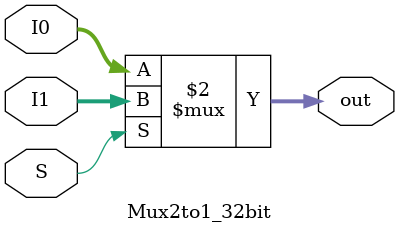
<source format=v>

module Mux2to1_32bit ( I0,
				       I1,
				       S,
				       out);

	parameter bit_size = 32;

	input [bit_size-1:0] I0;
	input [bit_size-1:0] I1;
	input S;

	output [bit_size-1:0] out;

	assign out = (S == 1)? I1: I0;

endmodule

</source>
